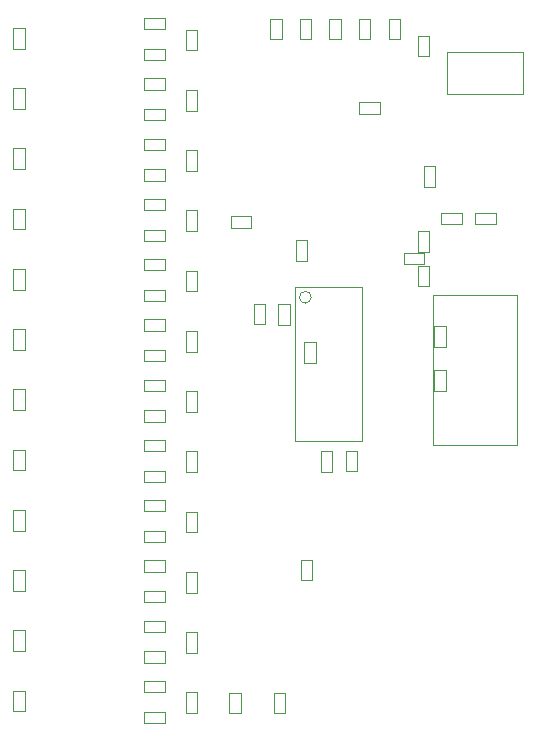
<source format=gbr>
%TF.GenerationSoftware,Altium Limited,Altium Designer,19.1.8 (144)*%
G04 Layer_Color=16711935*
%FSLAX26Y26*%
%MOIN*%
%TF.FileFunction,Other,Mechanical_13*%
%TF.Part,Single*%
G01*
G75*
%TA.AperFunction,NonConductor*%
%ADD66C,0.003937*%
D66*
X1446850Y1521654D02*
G03*
X1446850Y1521654I-19685J0D01*
G01*
X1676182Y2133858D02*
Y2171260D01*
X1607284Y2133858D02*
Y2171260D01*
X1676182D01*
X1607284Y2133858D02*
X1676182D01*
X1898622Y2199804D02*
X2154528D01*
Y2337598D01*
X1898622D02*
X2154528D01*
X1898622Y2199804D02*
Y2337598D01*
X1311024Y2450788D02*
X1348426D01*
X1311024Y2381890D02*
X1348426D01*
X1311024D02*
Y2450788D01*
X1348426Y2381890D02*
Y2450788D01*
X1409448Y2381890D02*
X1446850D01*
X1409448Y2450788D02*
X1446850D01*
Y2381890D02*
Y2450788D01*
X1409448Y2381890D02*
Y2450788D01*
X1507874Y2381890D02*
X1545276D01*
X1507874Y2450788D02*
X1545276D01*
Y2381890D02*
Y2450788D01*
X1507874Y2381890D02*
Y2450788D01*
X1606300Y2381890D02*
X1643700D01*
X1606300Y2450788D02*
X1643700D01*
Y2381890D02*
Y2450788D01*
X1606300Y2381890D02*
Y2450788D01*
X1704724D02*
X1742126D01*
X1704724Y2381890D02*
X1742126D01*
X1704724D02*
Y2450788D01*
X1742126Y2381890D02*
Y2450788D01*
X1803150Y2324804D02*
X1840552D01*
X1803150Y2393700D02*
X1840552D01*
Y2324804D02*
Y2393700D01*
X1803150Y2324804D02*
Y2393700D01*
X1247048Y1753938D02*
Y1791338D01*
X1178150Y1753938D02*
Y1791338D01*
X1247048D01*
X1178150Y1753938D02*
X1247048D01*
X1254922Y1500000D02*
X1292322D01*
X1254922Y1431102D02*
X1292322D01*
X1254922D02*
Y1500000D01*
X1292322Y1431102D02*
Y1500000D01*
X1337598Y1430118D02*
X1375000D01*
X1337598Y1499016D02*
X1375000D01*
Y1430118D02*
Y1499016D01*
X1337598Y1430118D02*
Y1499016D01*
X1424212Y1372048D02*
X1461614D01*
X1424212Y1303150D02*
X1461614D01*
X1424212D02*
Y1372048D01*
X1461614Y1303150D02*
Y1372048D01*
X1480098Y939626D02*
X1517500D01*
X1480098Y1008524D02*
X1517500D01*
Y939626D02*
Y1008524D01*
X1480098Y939626D02*
Y1008524D01*
X1562776Y940944D02*
X1600178D01*
X1562776Y1009842D02*
X1600178D01*
Y940944D02*
Y1009842D01*
X1562776Y940944D02*
Y1009842D01*
X1857284Y1210630D02*
X1894686D01*
X1857284Y1279528D02*
X1894686D01*
Y1210630D02*
Y1279528D01*
X1857284Y1210630D02*
Y1279528D01*
Y1426182D02*
X1894686D01*
X1857284Y1357284D02*
X1894686D01*
X1857284D02*
Y1426182D01*
X1894686Y1357284D02*
Y1426182D01*
X1821850Y1958662D02*
X1859252D01*
X1821850Y1889764D02*
X1859252D01*
X1821850D02*
Y1958662D01*
X1859252Y1889764D02*
Y1958662D01*
X1754922Y1632874D02*
Y1670276D01*
X1823818Y1632874D02*
Y1670276D01*
X1754922Y1632874D02*
X1823818D01*
X1754922Y1670276D02*
X1823818D01*
X2062992Y1766732D02*
Y1804134D01*
X1994094Y1766732D02*
Y1804134D01*
Y1766732D02*
X2062992D01*
X1994094Y1804134D02*
X2062992D01*
X1948818Y1766732D02*
Y1804134D01*
X1879922Y1766732D02*
Y1804134D01*
Y1766732D02*
X1948818D01*
X1879922Y1804134D02*
X1948818D01*
X1803150Y1742126D02*
X1840552D01*
X1803150Y1673228D02*
X1840552D01*
Y1742126D01*
X1803150Y1673228D02*
Y1742126D01*
Y1626968D02*
X1840552D01*
X1803150Y1558070D02*
X1840552D01*
Y1626968D01*
X1803150Y1558070D02*
Y1626968D01*
X1853150Y1029528D02*
X2133070D01*
X1853150D02*
Y1529528D01*
X2133070D01*
Y1029528D02*
Y1529528D01*
X1396654Y1643700D02*
X1434056D01*
X1396654Y1712598D02*
X1434056D01*
X1396654Y1643700D02*
Y1712598D01*
X1434056Y1643700D02*
Y1712598D01*
X1391732Y1041338D02*
Y1557086D01*
X1616142Y1041338D02*
Y1557086D01*
X1391732D02*
X1616142D01*
X1391732Y1041338D02*
X1616142D01*
X1413386Y577756D02*
X1450788D01*
X1413386Y646654D02*
X1450788D01*
X1413386Y577756D02*
Y646654D01*
X1450788Y577756D02*
Y646654D01*
X1323818Y134842D02*
X1361220D01*
X1323818Y203740D02*
X1361220D01*
X1323818Y134842D02*
Y203740D01*
X1361220Y134842D02*
Y203740D01*
X1211614Y134842D02*
Y203740D01*
X1174212Y134842D02*
Y203740D01*
X1211614D01*
X1174212Y134842D02*
X1211614D01*
X454194Y210630D02*
X491594D01*
X454194Y141732D02*
X491594D01*
Y210630D01*
X454194Y141732D02*
Y210630D01*
Y411418D02*
X491594D01*
X454194Y342520D02*
X491594D01*
Y411418D01*
X454194Y342520D02*
Y411418D01*
Y612204D02*
X491594D01*
X454194Y543308D02*
X491594D01*
Y612204D01*
X454194Y543308D02*
Y612204D01*
Y812992D02*
X491594D01*
X454194Y744094D02*
X491594D01*
Y812992D01*
X454194Y744094D02*
Y812992D01*
Y1013780D02*
X491594D01*
X454194Y944882D02*
X491594D01*
Y1013780D01*
X454194Y944882D02*
Y1013780D01*
Y1214568D02*
X491594D01*
X454194Y1145670D02*
X491594D01*
Y1214568D01*
X454194Y1145670D02*
Y1214568D01*
Y1415354D02*
X491594D01*
X454194Y1346456D02*
X491594D01*
Y1415354D01*
X454194Y1346456D02*
Y1415354D01*
Y1616142D02*
X491594D01*
X454194Y1547244D02*
X491594D01*
Y1616142D01*
X454194Y1547244D02*
Y1616142D01*
Y1816930D02*
X491594D01*
X454194Y1748032D02*
X491594D01*
Y1816930D01*
X454194Y1748032D02*
Y1816930D01*
Y2017716D02*
X491594D01*
X454194Y1948818D02*
X491594D01*
Y2017716D01*
X454194Y1948818D02*
Y2017716D01*
Y2218504D02*
X491594D01*
X454194Y2149606D02*
X491594D01*
Y2218504D01*
X454194Y2149606D02*
Y2218504D01*
X1028996Y135826D02*
X1066398D01*
X1028996Y204724D02*
X1066398D01*
X1028996Y135826D02*
Y204724D01*
X1066398Y135826D02*
Y204724D01*
X1028996Y336614D02*
X1066398D01*
X1028996Y405512D02*
X1066398D01*
X1028996Y336614D02*
Y405512D01*
X1066398Y336614D02*
Y405512D01*
X1028996Y537402D02*
X1066398D01*
X1028996Y606300D02*
X1066398D01*
X1028996Y537402D02*
Y606300D01*
X1066398Y537402D02*
Y606300D01*
X1028996Y738190D02*
X1066398D01*
X1028996Y807086D02*
X1066398D01*
X1028996Y738190D02*
Y807086D01*
X1066398Y738190D02*
Y807086D01*
X1028996Y938976D02*
X1066398D01*
X1028996Y1007874D02*
X1066398D01*
X1028996Y938976D02*
Y1007874D01*
X1066398Y938976D02*
Y1007874D01*
X1028996Y1139764D02*
X1066398D01*
X1028996Y1208662D02*
X1066398D01*
X1028996Y1139764D02*
Y1208662D01*
X1066398Y1139764D02*
Y1208662D01*
X1028996Y1340552D02*
X1066398D01*
X1028996Y1409448D02*
X1066398D01*
X1028996Y1340552D02*
Y1409448D01*
X1066398Y1340552D02*
Y1409448D01*
X1028996Y1541338D02*
X1066398D01*
X1028996Y1610236D02*
X1066398D01*
X1028996Y1541338D02*
Y1610236D01*
X1066398Y1541338D02*
Y1610236D01*
X1028996Y1742126D02*
X1066398D01*
X1028996Y1811024D02*
X1066398D01*
X1028996Y1742126D02*
Y1811024D01*
X1066398Y1742126D02*
Y1811024D01*
X1028996Y1942914D02*
X1066398D01*
X1028996Y2011812D02*
X1066398D01*
X1028996Y1942914D02*
Y2011812D01*
X1066398Y1942914D02*
Y2011812D01*
X1028996Y2143700D02*
X1066398D01*
X1028996Y2212598D02*
X1066398D01*
X1028996Y2143700D02*
Y2212598D01*
X1066398Y2143700D02*
Y2212598D01*
X1028996Y2344488D02*
X1066398D01*
X1028996Y2413386D02*
X1066398D01*
X1028996Y2344488D02*
Y2413386D01*
X1066398Y2344488D02*
Y2413386D01*
X890748Y2414370D02*
Y2451772D01*
X959646Y2414370D02*
Y2451772D01*
X890748D02*
X959646D01*
X890748Y2414370D02*
X959646D01*
X890748Y2312008D02*
Y2349410D01*
X959646Y2312008D02*
Y2349410D01*
X890748D02*
X959646D01*
X890748Y2312008D02*
X959646D01*
X890748Y2213582D02*
Y2250984D01*
X959646Y2213582D02*
Y2250984D01*
X890748D02*
X959646D01*
X890748Y2213582D02*
X959646D01*
X890748Y2111220D02*
Y2148622D01*
X959646Y2111220D02*
Y2148622D01*
X890748D02*
X959646D01*
X890748Y2111220D02*
X959646D01*
X890748Y2012796D02*
Y2050196D01*
X959646Y2012796D02*
Y2050196D01*
X890748D02*
X959646D01*
X890748Y2012796D02*
X959646D01*
X890748Y1910434D02*
Y1947834D01*
X959646Y1910434D02*
Y1947834D01*
X890748D02*
X959646D01*
X890748Y1910434D02*
X959646D01*
X890748Y1812008D02*
Y1849410D01*
X959646Y1812008D02*
Y1849410D01*
X890748D02*
X959646D01*
X890748Y1812008D02*
X959646D01*
X890748Y1709646D02*
Y1747048D01*
X959646Y1709646D02*
Y1747048D01*
X890748D02*
X959646D01*
X890748Y1709646D02*
X959646D01*
X890748Y1611220D02*
Y1648622D01*
X959646Y1611220D02*
Y1648622D01*
X890748D02*
X959646D01*
X890748Y1611220D02*
X959646D01*
X890748Y1508858D02*
Y1546260D01*
X959646Y1508858D02*
Y1546260D01*
X890748D02*
X959646D01*
X890748Y1508858D02*
X959646D01*
X890748Y1410434D02*
Y1447834D01*
X959646Y1410434D02*
Y1447834D01*
X890748D02*
X959646D01*
X890748Y1410434D02*
X959646D01*
X890748Y1308070D02*
Y1345472D01*
X959646Y1308070D02*
Y1345472D01*
X890748D02*
X959646D01*
X890748Y1308070D02*
X959646D01*
X890748Y1107284D02*
Y1144686D01*
X959646Y1107284D02*
Y1144686D01*
X890748D02*
X959646D01*
X890748Y1107284D02*
X959646D01*
X890748Y1209646D02*
Y1247048D01*
X959646Y1209646D02*
Y1247048D01*
X890748D02*
X959646D01*
X890748Y1209646D02*
X959646D01*
X890748Y1008858D02*
Y1046260D01*
X959646Y1008858D02*
Y1046260D01*
X890748D02*
X959646D01*
X890748Y1008858D02*
X959646D01*
X890748Y906496D02*
Y943898D01*
X959646Y906496D02*
Y943898D01*
X890748D02*
X959646D01*
X890748Y906496D02*
X959646D01*
X890748Y808070D02*
Y845472D01*
X959646Y808070D02*
Y845472D01*
X890748D02*
X959646D01*
X890748Y808070D02*
X959646D01*
X890748Y705708D02*
Y743110D01*
X959646Y705708D02*
Y743110D01*
X890748D02*
X959646D01*
X890748Y705708D02*
X959646D01*
X890748Y607284D02*
Y644686D01*
X959646Y607284D02*
Y644686D01*
X890748D02*
X959646D01*
X890748Y607284D02*
X959646D01*
X890748Y504922D02*
Y542322D01*
X959646Y504922D02*
Y542322D01*
X890748D02*
X959646D01*
X890748Y504922D02*
X959646D01*
X890748Y406496D02*
Y443898D01*
X959646Y406496D02*
Y443898D01*
X890748D02*
X959646D01*
X890748Y406496D02*
X959646D01*
X890748Y304134D02*
Y341536D01*
X959646Y304134D02*
Y341536D01*
X890748D02*
X959646D01*
X890748Y304134D02*
X959646D01*
X890748Y205708D02*
Y243110D01*
X959646Y205708D02*
Y243110D01*
X890748D02*
X959646D01*
X890748Y205708D02*
X959646D01*
X890748Y103346D02*
Y140748D01*
X959646Y103346D02*
Y140748D01*
X890748D02*
X959646D01*
X890748Y103346D02*
X959646D01*
X454194Y2419292D02*
X491594D01*
X454194Y2350394D02*
X491594D01*
Y2419292D01*
X454194Y2350394D02*
Y2419292D01*
%TF.MD5,4bfcf09c1ab4f88909b436603c6d77ea*%
M02*

</source>
